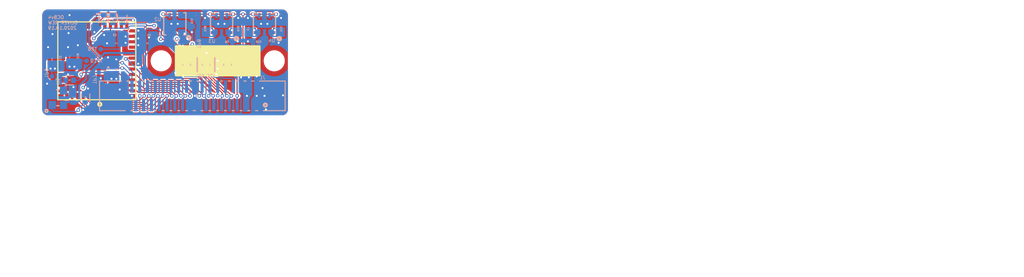
<source format=kicad_pcb>
(kicad_pcb (version 20241229) (generator "pcbnew") (generator_version "9.0")
  (layers (0 "F.Cu" signal) (4 "In1.Cu" signal) (6 "In2.Cu" signal) (2 "B.Cu" signal) (13 "F.Paste" user) (15 "B.Paste" user) (5 "F.SilkS" user "F.Silkscreen") (7 "B.SilkS" user "B.Silkscreen") (1 "F.Mask" user) (3 "B.Mask" user) (25 "Edge.Cuts" user))
  (net 0 "")
  (net 1 "/D10")
  (net 2 "GND")
  (net 3 "3.3V")
  (net 4 "/D0")
  (net 5 "VDD")
  (net 6 "VDD_IO")
  (net 7 "VAA")
  (net 8 "VDD_PLL")
  (net 9 "VAA_PIX")
  (net 10 "/D9")
  (net 11 "/D8")
  (net 12 "/SDATA")
  (net 13 "/TRIGGER")
  (net 14 "/FLASH")
  (net 15 "/SCLK")
  (net 16 "/D6")
  (net 17 "/D2")
  (net 18 "/VREG_EN")
  (net 19 "/D7")
  (net 20 "/D3")
  (net 21 "/CLK_EN")
  (net 22 "/PIXCLK")
  (net 23 "/D4")
  (net 24 "/~{OE}")
  (net 25 "/VSYNC")
  (net 26 "/D11")
  (net 27 "/~{RESET}")
  (net 28 "/D1")
  (net 29 "/D5")
  (net 30 "/STANDBY")
  (net 31 "/SADDR")
  (net 32 "/HSYNC")
  (net 33 "Net-(X1-OUT)")
  (net 34 "Net-(U1-EXTCLK)")
  (footprint "star-tracker-camera-board:AR0134CSSM00SPCA0" (layer "F.Cu") (at 139.7511 104.8036 180)
    (property "Reference" "U1" (hide yes))
    (property "Value" "AR0134CSSM00SPCA0" (hide yes))
  )
  (footprint "star-tracker-camera-board:.0402-B-NOSILK" (layer "B.Cu") (at 142.2511 105.9286 90)
    (property "Reference" "C9")
    (property "Value" "0.1uF")
  )
  (footprint "star-tracker-camera-board:.0402-B-NOSILK" (layer "B.Cu") (at 142.2511 102.5536 180)
    (property "Reference" "C3")
    (property "Value" "0.1uF")
  )
  (footprint "star-tracker-camera-board:TP06R" (layer "B.Cu") (at 134.0011 106.8036 180)
    (property "Reference" "TP9")
    (property "Value" "TPTP06R")
  )
  (footprint "star-tracker-camera-board:.0603-C-NOSILK" (layer "B.Cu") (at 163.3761 100.6786 90)
    (property "Reference" "C11")
    (property "Value" "2.2uF")
  )
  (footprint "star-tracker-camera-board:.0402-B-NOSILK" (layer "B.Cu") (at 153.2511 105.3036 90)
    (property "Reference" "R3")
    (property "Value" "DNP")
  )
  (footprint "star-tracker-camera-board:TP06R" (layer "B.Cu") (at 140.0011 106.3036 180)
    (property "Reference" "TP7")
    (property "Value" "TPTP06R")
  )
  (footprint "star-tracker-camera-board:.0603-C-NOSILK" (layer "B.Cu") (at 142.0636 101.4911 180)
    (property "Reference" "C2")
    (property "Value" "10uF")
  )
  (footprint "star-tracker-camera-board:.0603-C-NOSILK" (layer "B.Cu") (at 135.0636 104.4911 90)
    (property "Reference" "C12")
    (property "Value" "10uF")
  )
  (footprint "star-tracker-camera-board:.0402-B" (layer "B.Cu") (at 140.6261 99.4286 90)
    (property "Reference" "R10")
    (property "Value" "10k")
  )
  (footprint "star-tracker-camera-board:.0402-B-NOSILK" (layer "B.Cu") (at 150.7511 105.3036 90)
    (property "Reference" "R7")
    (property "Value" "4.7k")
  )
  (footprint "star-tracker-camera-board:.0402-B" (layer "B.Cu") (at 138.2511 109.5536 -90)
    (property "Reference" "R12")
    (property "Value" "10k")
  )
  (footprint "star-tracker-camera-board:OSC_KYOCERA_KC2520B" (layer "B.Cu") (at 134.7511 109.5536 90)
    (property "Reference" "X1")
    (property "Value" "KC2520B27.0000C10E00" (hide yes))
  )
  (footprint "star-tracker-camera-board:.0603-C-NOSILK" (layer "B.Cu") (at 137.3136 104.1786 90)
    (property "Reference" "C16")
    (property "Value" "10uF")
  )
  (footprint "star-tracker-camera-board:TP06R" (layer "B.Cu") (at 138.4386 104.8036 180)
    (property "Reference" "TP10")
    (property "Value" "TPTP06R")
  )
  (footprint "star-tracker-camera-board:TP06R" (layer "B.Cu") (at 140.2511 103.3036 180)
    (property "Reference" "TP6")
    (property "Value" "TPTP06R")
  )
  (footprint "star-tracker-camera-board:.0603-C-NOSILK" (layer "B.Cu") (at 159.1261 100.6786 90)
    (property "Reference" "C7")
    (property "Value" "2.2uF")
  )
  (footprint "star-tracker-camera-board:.0603-C-NOSILK" (layer "B.Cu") (at 146.4386 101.4911)
    (property "Reference" "C4")
    (property "Value" "10uF")
  )
  (footprint "star-tracker-camera-board:.0603-C-NOSILK" (layer "B.Cu") (at 157.8761 100.6786 90)
    (property "Reference" "C15")
    (property "Value" "2.2uF")
  )
  (footprint "star-tracker-camera-board:.0603-C-NOSILK" (layer "B.Cu") (at 150.0011 102.1786 180)
    (property "Reference" "C19")
    (property "Value" "2.2uF")
  )
  (footprint "star-tracker-camera-board:.0603-C-NOSILK" (layer "B.Cu") (at 151.9386 99.6786 -90)
    (property "Reference" "C14")
    (property "Value" "1.0uF")
  )
  (footprint "star-tracker-camera-board:.0603-C-NOSILK" (layer "B.Cu") (at 160.5011 102.3661 180)
    (property "Reference" "C10")
    (property "Value" "1.0uF")
  )
  (footprint "star-tracker-camera-board:.0402-B" (layer "B.Cu") (at 143.0011 99.4286 -90)
    (property "Reference" "R9")
    (property "Value" "10k")
  )
  (footprint "star-tracker-camera-board:.0603-C-NOSILK" (layer "B.Cu") (at 156.4386 102.3661)
    (property "Reference" "C6")
    (property "Value" "1.0uF")
  )
  (footprint "star-tracker-camera-board:.0402-B-NOSILK" (layer "B.Cu") (at 151.7511 105.3036 90)
    (property "Reference" "R8")
    (property "Value" "4.7k")
  )
  (footprint "star-tracker-camera-board:.0402-B-NOSILK" (layer "B.Cu") (at 157.0011 105.3036 90)
    (property "Reference" "R5")
    (property "Value" "10k")
  )
  (footprint "star-tracker-camera-board:DRV6_1P6X1" (layer "B.Cu") (at 149.7511 100.0536 90)
    (property "Reference" "U2")
    (property "Value" "TPS70618DRVR" (hide yes))
  )
  (footprint "star-tracker-camera-board:.0603-C-NOSILK" (layer "B.Cu") (at 141.1886 105.7411 90)
    (property "Reference" "C8")
    (property "Value" "10uF")
  )
  (footprint "star-tracker-camera-board:.0402-B-NOSILK" (layer "B.Cu") (at 136.2511 104.3036 90)
    (property "Reference" "C17")
    (property "Value" "0.1uF")
  )
  (footprint "star-tracker-camera-board:.0402-B" (layer "B.Cu") (at 141.8136 99.4286 90)
    (property "Reference" "R11")
    (property "Value" "10k")
  )
  (footprint "star-tracker-camera-board:.0402-B-NOSILK" (layer "B.Cu") (at 134.0011 104.6161 90)
    (property "Reference" "C13")
    (property "Value" "0.1uF")
  )
  (footprint "star-tracker-camera-board:.0402-B" (layer "B.Cu") (at 136.2511 107.3036)
    (property "Reference" "R2")
    (property "Value" "100")
  )
  (footprint "star-tracker-camera-board:.0402-B-NOSILK" (layer "B.Cu") (at 156.0011 105.3036 -90)
    (property "Reference" "R6")
    (property "Value" "DNP")
  )
  (footprint "star-tracker-camera-board:.0402-B-NOSILK" (layer "B.Cu") (at 154.2511 105.3036 -90)
    (property "Reference" "R4")
    (property "Value" "10k")
  )
  (footprint "star-tracker-camera-board:TE_3-1734742-6" (layer "B.Cu") (at 151.0011 109.3036 180)
    (property "Reference" "J1")
    (property "Value" "3-1734742-6")
  )
  (footprint "star-tracker-camera-board:.0603-C-NOSILK" (layer "B.Cu") (at 153.6261 100.6786 90)
    (property "Reference" "C18")
    (property "Value" "2.2uF")
  )
  (footprint "star-tracker-camera-board:DRV6_1P6X1" (layer "B.Cu") (at 155.7511 100.0536 90)
    (property "Reference" "U3")
    (property "Value" "TPS71928-28DRVT" (hide yes))
  )
  (footprint "star-tracker-camera-board:TP06R" (layer "B.Cu") (at 152.5636 103.6786 180)
    (property "Reference" "TP8")
    (property "Value" "TPTP06R")
  )
  (footprint "star-tracker-camera-board:DRV6_1P6X1" (layer "B.Cu") (at 161.2511 100.0536 90)
    (property "Reference" "U4")
    (property "Value" "TPS71928-28DRVT" (hide yes))
  )
  (footprint "star-tracker-camera-board:.0402-A-NOSILK" (layer "B.Cu") (at 136.7511 109.5536 -90)
    (property "Reference" "C1")
    (property "Value" "10nF")
  )
  (footprint "star-tracker-camera-board:.0402-B-NOSILK" (layer "B.Cu") (at 146.2511 102.5536)
    (property "Reference" "C5")
    (property "Value" "0.1uF")
  )
  (gr_line (start 152.6261 106.1786) (end 152.6261 104.4286) (stroke (width 0.2)) (layer "B.SilkS"))
  (gr_line (start 154.8761 106.1786) (end 154.8761 104.4286) (stroke (width 0.2)) (layer "B.SilkS"))
  (gr_line (start 133.5011 111.8036) (end 163.5011 111.8036) (stroke (width 0.001)) (layer "Edge.Cuts"))
  (gr_line (start 164.2511 111.0536) (end 164.2511 98.9536) (stroke (width 0.001)) (layer "Edge.Cuts"))
  (gr_line (start 163.5011 98.2036) (end 133.5011 98.2036) (stroke (width 0.001)) (layer "Edge.Cuts"))
  (gr_arc (start 164.2511 111.0536) (mid 164.03143 111.58393) (end 163.5011 111.8036) (stroke (width 0.001)) (layer "Edge.Cuts"))
  (gr_line (start 132.7511 98.9536) (end 132.7511 111.0536) (stroke (width 0.001)) (layer "Edge.Cuts"))
  (gr_arc (start 133.5011 111.8036) (mid 132.97077 111.58393) (end 132.7511 111.0536) (stroke (width 0.001)) (layer "Edge.Cuts"))
  (gr_arc (start 132.7511 98.9536) (mid 132.97077 98.42327) (end 133.5011 98.2036) (stroke (width 0.001)) (layer "Edge.Cuts"))
  (gr_arc (start 163.5011 98.2036) (mid 164.03143 98.42327) (end 164.2511 98.9536) (stroke (width 0.001)) (layer "Edge.Cuts"))
  (gr_text "I2C SEL" (at 154.9136 106.5286 0) (layer "B.SilkS") (effects (font (size 0.425 0.425) (thickness 0.075)) (justify left top mirror)))
  (gr_text "OCBv4\nOLIVER REW\n2020.10.19" (at 133.4636 100.8286 -0) (layer "B.SilkS") (effects (font (size 0.425 0.425) (thickness 0.075)) (justify right bottom mirror)))
  (via (at 150.0011 101.9911) (size 0.4572) (drill 0.254) (layers "F.Cu" "B.Cu") (net 0))
  (segment (start 144.2511 106.5536) (end 144.7511 106.5536) (width 0.127) (layer "F.Cu") (net 1))
  (segment (start 150.9445 109.1385) (end 151.1096 109.3036) (width 0.127) (layer "F.Cu") (net 1))
  (segment (start 144.7511 106.5536) (end 146.2766 108.0791) (width 0.127) (layer "F.Cu") (net 1))
  (segment (start 146.2766 108.0791) (end 149.8936 108.0791) (width 0.127) (layer "F.Cu") (net 1))
  (segment (start 149.8936 108.0791) (end 150.9445 109.13) (width 0.127) (layer "F.Cu") (net 1))
  (segment (start 150.9445 109.13) (end 150.9445 109.1385) (width 0.127) (layer "F.Cu") (net 1))
  (via (at 151.1096 109.3036) (size 0.4572) (drill 0.254) (layers "F.Cu" "B.Cu") (net 1))
  (segment (start 150.9445 109.4687) (end 151.1096 109.3036) (width 0.127) (layer "B.Cu") (net 1))
  (segment (start 150.9445 109.4772) (end 150.9445 109.4687) (width 0.127) (layer "B.Cu") (net 1))
  (segment (start 150.7511 110.5036) (end 150.7511 109.6706) (width 0.127) (layer "B.Cu") (net 1))
  (segment (start 150.7511 109.6706) (end 150.9445 109.4772) (width 0.127) (layer "B.Cu") (net 1))
  (via (at 157.8761 99.3036) (size 0.4572) (drill 0.254) (layers "F.Cu" "B.Cu") (net 2))
  (via (at 155.2511 105.8036) (size 0.4572) (drill 0.254) (layers "F.Cu" "B.Cu") (net 2))
  (via (at 153.6261 99.3036) (size 0.4572) (drill 0.254) (layers "F.Cu" "B.Cu") (net 2))
  (via (at 140.6886 101.4911) (size 0.4572) (drill 0.254) (layers "F.Cu" "B.Cu") (net 2))
  (via (at 136.0636 106.5536) (size 0.4572) (drill 0.254) (layers "F.Cu" "B.Cu") (net 2))
  (via (at 136.1261 101.2411) (size 0.4572) (drill 0.254) (layers "F.Cu" "B.Cu") (net 2))
  (via (at 138.0011 111.1161) (size 0.4572) (drill 0.254) (layers "F.Cu" "B.Cu") (net 2))
  (via (at 137.3136 102.8036) (size 0.4572) (drill 0.254) (layers "F.Cu" "B.Cu") (net 2))
  (via (at 141.0636 102.5536) (size 0.4572) (drill 0.254) (layers "F.Cu" "B.Cu") (net 2))
  (via (at 138.6261 108.3661) (size 0.4572) (drill 0.254) (layers "F.Cu" "B.Cu") (net 2))
  (via (at 146.4386 101.8036) (size 0.4572) (drill 0.254) (layers "F.Cu" "B.Cu") (net 2))
  (via (at 133.5011 103.0536) (size 0.4572) (drill 0.254) (layers "F.Cu" "B.Cu") (net 2))
  (via (at 163.0636 102.4911) (size 0.4572) (drill 0.254) (layers "F.Cu" "B.Cu") (net 2))
  (via (at 163.6261 109.2411) (size 0.4572) (drill 0.254) (layers "F.Cu" "B.Cu") (net 2))
  (via (at 139.2511 102.5536) (size 0.4572) (drill 0.254) (layers "F.Cu" "B.Cu") (net 2))
  (via (at 160.2511 109.3036) (size 0.4572) (drill 0.254) (layers "F.Cu" "B.Cu") (net 2))
  (via (at 142.2511 104.6161) (size 0.4572) (drill 0.254) (layers "F.Cu" "B.Cu") (net 2))
  (via (at 140.2511 107.0536) (size 0.4572) (drill 0.254) (layers "F.Cu" "B.Cu") (net 2))
  (via (at 133.3761 107.7411) (size 0.4572) (drill 0.254) (layers "F.Cu" "B.Cu") (net 2))
  (via (at 160.2511 106.8036) (size 0.4572) (drill 0.254) (layers "F.Cu" "B.Cu") (net 2))
  (via (at 152.3136 109.3036) (size 0.4572) (drill 0.254) (layers "F.Cu" "B.Cu") (net 2))
  (via (at 141.1886 104.3661) (size 0.4572) (drill 0.254) (layers "F.Cu" "B.Cu") (net 2))
  (via (at 136.0636 103.0536) (size 0.4572) (drill 0.254) (layers "F.Cu" "B.Cu") (net 2))
  (via (at 159.1261 102.3036) (size 0.4572) (drill 0.254) (layers "F.Cu" "B.Cu") (net 2))
  (via (at 142.6886 108.4911) (size 0.4572) (drill 0.254) (layers "F.Cu" "B.Cu") (net 2))
  (via (at 163.3761 99.3036) (size 0.4572) (drill 0.254) (layers "F.Cu" "B.Cu") (net 2))
  (via (at 157.8136 102.3036) (size 0.4572) (drill 0.254) (layers "F.Cu" "B.Cu") (net 2))
  (via (at 136.7511 108.1786) (size 0.4572) (drill 0.254) (layers "F.Cu" "B.Cu") (net 2))
  (via (at 161.4386 111.0536) (size 0.4572) (drill 0.254) (layers "F.Cu" "B.Cu") (net 2))
  (via (at 159.1261 99.3036) (size 0.4572) (drill 0.254) (layers "F.Cu" "B.Cu") (net 2))
  (via (at 144.2511 109.3036) (size 0.4572) (drill 0.254) (layers "F.Cu" "B.Cu") (net 2))
  (via (at 153.8136 103.8036) (size 0.4572) (drill 0.254) (layers "F.Cu" "B.Cu") (net 2))
  (via (at 151.9386 101.1161) (size 0.4572) (drill 0.254) (layers "F.Cu" "B.Cu") (net 2))
  (via (at 161.0011 108.3036) (size 0.4572) (drill 0.254) (layers "F.Cu" "B.Cu") (net 2))
  (via (at 139.4386 101.1161) (size 0.4572) (drill 0.254) (layers "F.Cu" "B.Cu") (net 2))
  (via (at 149.8136 106.3661) (size 0.4572) (drill 0.254) (layers "F.Cu" "B.Cu") (net 2))
  (via (at 161.2511 109.3036) (size 0.4572) (drill 0.254) (layers "F.Cu" "B.Cu") (net 2))
  (via (at 136.2511 98.9286) (size 0.4572) (drill 0.254) (layers "F.Cu" "B.Cu") (net 2))
  (via (at 134.0636 101.3661) (size 0.4572) (drill 0.254) (layers "F.Cu" "B.Cu") (net 2))
  (via (at 159.0011 109.3036) (size 0.4572) (drill 0.254) (layers "F.Cu" "B.Cu") (net 3))
  (via (at 158.2511 106.9286) (size 0.4572) (drill 0.254) (layers "F.Cu" "B.Cu") (net 3))
  (via (at 159.2511 106.9286) (size 0.4572) (drill 0.254) (layers "F.Cu" "B.Cu") (net 3))
  (segment (start 157.0011 105.8036) (end 158.5011 105.8036) (width 0.3048) (layer "B.Cu") (net 3))
  (segment (start 158.5011 105.8036) (end 158.5011 106.6786) (width 0.3048) (layer "B.Cu") (net 3))
  (segment (start 158.5011 106.6786) (end 158.2511 106.9286) (width 0.3048) (layer "B.Cu") (net 3))
  (segment (start 148.6077 109.4772) (end 148.6077 109.4687) (width 0.127) (layer "F.Cu") (net 4))
  (segment (start 137.3011 109.7911) (end 138.6831 111.1731) (width 0.127) (layer "F.Cu") (net 4))
  (segment (start 138.6831 111.1731) (end 146.9118 111.1731) (width 0.127) (layer "F.Cu") (net 4))
  (segment (start 137.3011 109.3036) (end 137.3011 109.7911) (width 0.127) (layer "F.Cu") (net 4))
  (segment (start 146.9118 111.1731) (end 148.6077 109.4772) (width 0.127) (layer "F.Cu") (net 4))
  (segment (start 148.6077 109.4687) (end 148.7728 109.3036) (width 0.127) (layer "F.Cu") (net 4))
  (via (at 148.7728 109.3036) (size 0.4572) (drill 0.254) (layers "F.Cu" "B.Cu") (net 4))
  (segment (start 148.7511 109.3253) (end 148.7728 109.3036) (width 0.127) (layer "B.Cu") (net 4))
  (segment (start 148.7511 110.5036) (end 148.7511 109.3253) (width 0.127) (layer "B.Cu") (net 4))
  (via (at 151.3761 101.9911) (size 0.4572) (drill 0.254) (layers "F.Cu" "B.Cu") (net 5))
  (via (at 151.0011 101.3036) (size 0.4572) (drill 0.254) (layers "F.Cu" "B.Cu") (net 5))
  (via (at 143.4386 102.4911) (size 0.4572) (drill 0.254) (layers "F.Cu" "B.Cu") (net 5))
  (via (at 143.4386 101.6786) (size 0.4572) (drill 0.254) (layers "F.Cu" "B.Cu") (net 5))
  (segment (start 142.7511 103.1786) (end 142.7511 102.5536) (width 0.127) (layer "B.Cu") (net 5))
  (segment (start 142.6261 103.3036) (end 142.7511 103.1786) (width 0.127) (layer "B.Cu") (net 5))
  (segment (start 140.2511 103.3036) (end 142.6261 103.3036) (width 0.127) (layer "B.Cu") (net 5))
  (via (at 154.4386 100.8661) (size 0.4572) (drill 0.254) (layers "F.Cu" "B.Cu") (net 6))
  (via (at 145.0636 102.8036) (size 0.4572) (drill 0.254) (layers "F.Cu" "B.Cu") (net 6))
  (via (at 145.0636 105.1786) (size 0.4572) (drill 0.254) (layers "F.Cu" "B.Cu") (net 6))
  (via (at 145.0636 100.9286) (size 0.4572) (drill 0.254) (layers "F.Cu" "B.Cu") (net 6))
  (via (at 145.0636 101.9286) (size 0.4572) (drill 0.254) (layers "F.Cu" "B.Cu") (net 6))
  (via (at 152.0011 102.6786) (size 0.4572) (drill 0.254) (layers "F.Cu" "B.Cu") (net 6))
  (via (at 154.4386 101.4911) (size 0.4572) (drill 0.254) (layers "F.Cu" "B.Cu") (net 6))
  (segment (start 140.6261 98.9286) (end 141.8136 98.9286) (width 0.127) (layer "B.Cu") (net 6))
  (segment (start 138.3761 107.1161) (end 137.5011 107.9911) (width 0.254) (layer "B.Cu") (net 6))
  (segment (start 137.2636 110.1036) (end 136.7511 110.1036) (width 0.254) (layer "B.Cu") (net 6))
  (segment (start 136.7511 110.1036) (end 135.8511 110.1036) (width 0.254) (layer "B.Cu") (net 6))
  (segment (start 140.7511 103.8036) (end 140.2511 104.3036) (width 0.254) (layer "B.Cu") (net 6))
  (segment (start 151.7511 103.6786) (end 151.7511 102.9286) (width 0.3048) (layer "B.Cu") (net 6))
  (segment (start 145.0636 103.7411) (end 145.0011 103.8036) (width 0.254) (layer "B.Cu") (net 6))
  (segment (start 138.3761 106.1786) (end 138.3761 107.1161) (width 0.254) (layer "B.Cu") (net 6))
  (segment (start 138.7511 100.0536) (end 139.8761 98.9286) (width 0.127) (layer "B.Cu") (net 6))
  (segment (start 145.0011 103.8036) (end 140.7511 103.8036) (width 0.254) (layer "B.Cu") (net 6))
  (segment (start 140.2511 104.3036) (end 138.3761 106.1786) (width 0.254) (layer "B.Cu") (net 6))
  (segment (start 150.7511 104.8036) (end 151.7511 104.8036) (width 0.3048) (layer "B.Cu") (net 6))
  (segment (start 145.0636 102.8036) (end 145.0636 103.7411) (width 0.254) (layer "B.Cu") (net 6))
  (segment (start 137.5011 109.8661) (end 137.2636 110.1036) (width 0.254) (layer "B.Cu") (net 6))
  (segment (start 137.5011 107.9911) (end 137.5011 109.8661) (width 0.254) (layer "B.Cu") (net 6))
  (segment (start 135.8511 110.1036) (end 135.4761 110.4786) (width 0.254) (layer "B.Cu") (net 6))
  (segment (start 139.8761 98.9286) (end 140.6261 98.9286) (width 0.127) (layer "B.Cu") (net 6))
  (segment (start 138.7511 102.8036) (end 138.7511 100.0536) (width 0.127) (layer "B.Cu") (net 6))
  (segment (start 152.5636 103.6786) (end 151.7511 103.6786) (width 0.1524) (layer "B.Cu") (net 6))
  (segment (start 151.7511 104.8036) (end 153.2511 104.8036) (width 0.3048) (layer "B.Cu") (net 6))
  (segment (start 151.7511 102.9286) (end 152.0011 102.6786) (width 0.3048) (layer "B.Cu") (net 6))
  (segment (start 151.7511 104.8036) (end 151.7511 103.6786) (width 0.3048) (layer "B.Cu") (net 6))
  (segment (start 140.2511 104.3036) (end 138.7511 102.8036) (width 0.127) (layer "B.Cu") (net 6))
  (via (at 162.5636 100.8661) (size 0.4572) (drill 0.254) (layers "F.Cu" "B.Cu") (net 7))
  (via (at 134.3761 105.8036) (size 0.4572) (drill 0.254) (layers "F.Cu" "B.Cu") (net 7))
  (via (at 162.5636 101.4911) (size 0.4572) (drill 0.254) (layers "F.Cu" "B.Cu") (net 7))
  (via (at 133.8136 105.8036) (size 0.4572) (drill 0.254) (layers "F.Cu" "B.Cu") (net 7))
  (segment (start 134.0011 105.9911) (end 133.8136 105.8036) (width 0.127) (layer "B.Cu") (net 7))
  (segment (start 134.0011 106.8036) (end 134.0011 105.9911) (width 0.127) (layer "B.Cu") (net 7))
  (via (at 142.2511 107.1161) (size 0.4572) (drill 0.254) (layers "F.Cu" "B.Cu") (net 8))
  (via (at 157.0636 101.4911) (size 0.4572) (drill 0.254) (layers "F.Cu" "B.Cu") (net 8))
  (via (at 141.6261 107.1161) (size 0.4572) (drill 0.254) (layers "F.Cu" "B.Cu") (net 8))
  (via (at 157.0636 100.8661) (size 0.4572) (drill 0.254) (layers "F.Cu" "B.Cu") (net 8))
  (segment (start 141.0511 106.3036) (end 141.1886 106.4411) (width 0.127) (layer "B.Cu") (net 8))
  (segment (start 140.0011 106.3036) (end 141.0511 106.3036) (width 0.127) (layer "B.Cu") (net 8))
  (via (at 136.8761 105.5536) (size 0.4572) (drill 0.254) (layers "F.Cu" "B.Cu") (net 9))
  (via (at 159.9386 101.4911) (size 0.4572) (drill 0.254) (layers "F.Cu" "B.Cu") (net 9))
  (via (at 159.9386 100.8661) (size 0.4572) (drill 0.254) (layers "F.Cu" "B.Cu") (net 9))
  (via (at 136.2511 105.5536) (size 0.4572) (drill 0.254) (layers "F.Cu" "B.Cu") (net 9))
  (segment (start 137.3136 104.8786) (end 137.3886 104.8036) (width 0.127) (layer "B.Cu") (net 9))
  (segment (start 137.3886 104.8036) (end 138.4386 104.8036) (width 0.127) (layer "B.Cu") (net 9))
  (segment (start 150.3603 109.1385) (end 150.5254 109.3036) (width 0.127) (layer "F.Cu") (net 10))
  (segment (start 145.7806 108.3331) (end 149.5634 108.3331) (width 0.127) (layer "F.Cu") (net 10))
  (segment (start 144.2511 107.2536) (end 144.7011 107.2536) (width 0.127) (layer "F.Cu") (net 10))
  (segment (start 144.7011 107.2536) (end 145.7806 108.3331) (width 0.127) (layer "F.Cu") (net 10))
  (segment (start 149.5634 108.3331) (end 150.3603 109.13) (width 0.127) (layer "F.Cu") (net 10))
  (segment (start 150.3603 109.13) (end 150.3603 109.1385) (width 0.127) (layer "F.Cu") (net 10))
  (via (at 150.5254 109.3036) (size 0.4572) (drill 0.254) (layers "F.Cu" "B.Cu") (net 10))
  (segment (start 150.2511 109.0208) (end 150.3603 109.13) (width 0.127) (layer "B.Cu") (net 10))
  (segment (start 150.3603 109.1385) (end 150.5254 109.3036) (width 0.127) (layer "B.Cu") (net 10))
  (segment (start 150.3603 109.13) (end 150.3603 109.1385) (width 0.127) (layer "B.Cu") (net 10))
  (segment (start 150.2511 108.1036) (end 150.2511 109.0208) (width 0.127) (layer "B.Cu") (net 10))
  (segment (start 145.5346 108.5871) (end 149.2332 108.5871) (width 0.127) (layer "F.Cu") (net 11))
  (segment (start 144.9011 107.9536) (end 145.5346 108.5871) (width 0.127) (layer "F.Cu") (net 11))
  (segment (start 149.7761 109.13) (end 149.7761 109.1385) (width 0.127) (layer "F.Cu") (net 11))
  (segment (start 144.2511 107.9536) (end 144.9011 107.9536) (width 0.127) (layer "F.Cu") (net 11))
  (segment (start 149.7761 109.1385) (end 149.9412 109.3036) (width 0.127) (layer "F.Cu") (net 11))
  (segment (start 149.2332 108.5871) (end 149.7761 109.13) (width 0.127) (layer "F.Cu") (net 11))
  (via (at 149.9412 109.3036) (size 0.4572) (drill 0.254) (layers "F.Cu" "B.Cu") (net 11))
  (segment (start 149.7511 110.5036) (end 149.7511 109.5022) (width 0.127) (layer "B.Cu") (net 11))
  (segment (start 149.7761 109.4687) (end 149.9412 109.3036) (width 0.127) (layer "B.Cu") (net 11))
  (segment (start 149.7511 109.5022) (end 149.7761 109.4772) (width 0.127) (layer "B.Cu") (net 11))
  (segment (start 149.7761 109.4772) (end 149.7761 109.4687) (width 0.127) (layer "B.Cu") (net 11))
  (segment (start 144.2511 102.3536) (end 145.2386 102.3536) (width 0.127) (layer "F.Cu") (net 12))
  (segment (start 151.504 107.3171) (end 153.3169 109.13) (width 0.127) (layer "F.Cu") (net 12))
  (segment (start 145.7367 106.070775) (end 146.983025 107.3171) (width 0.127) (layer "F.Cu") (net 12))
  (segment (start 145.5011 102.6161) (end 145.5011 103.569388) (width 0.127) (layer "F.Cu") (net 12))
  (segment (start 145.5011 103.569388) (end 145.7367 103.804988) (width 0.127) (layer "F.Cu") (net 12))
  (segment (start 145.7367 103.804988) (end 145.7367 106.070775) (width 0.127) (layer "F.Cu") (net 12))
  (segment (start 153.3169 109.13) (end 153.3169 109.147) (width 0.127) (layer "F.Cu") (net 12))
  (segment (start 145.2386 102.3536) (end 145.5011 102.6161) (width 0.127) (layer "F.Cu") (net 12))
  (segment (start 153.3169 109.147) (end 153.482 109.3121) (width 0.127) (layer "F.Cu") (net 12))
  (segment (start 146.983025 107.3171) (end 151.504 107.3171) (width 0.127) (layer "F.Cu") (net 12))
  (via (at 153.482 109.3121) (size 0.4572) (drill 0.254) (layers "F.Cu" "B.Cu") (net 12))
  (segment (start 153.7511 107.0536) (end 153.2511 106.5536) (width 0.127) (layer "B.Cu") (net 12))
  (segment (start 153.2511 106.5536) (end 152.0011 106.5536) (width 0.127) (layer "B.Cu") (net 12))
  (segment (start 153.7511 109.5812) (end 153.482 109.3121) (width 0.127) (layer "B.Cu") (net 12))
  (segment (start 151.7511 106.3036) (end 151.7511 105.8036) (width 0.127) (layer "B.Cu") (net 12))
  (segment (start 153.7511 110.5036) (end 153.7511 109.5812) (width 0.127) (layer "B.Cu") (net 12))
  (segment (start 153.7511 109.043) (end 153.7511 107.0536) (width 0.127) (layer "B.Cu") (net 12))
  (segment (start 152.0011 106.5536) (end 151.7511 106.3036) (width 0.127) (layer "B.Cu") (net 12))
  (segment (start 153.482 109.3121) (end 153.7511 109.043) (width 0.127) (layer "B.Cu") (net 12))
  (segment (start 148.8691 100.237719) (end 150.6261 101.994719) (width 0.127) (layer "F.Cu") (net 13))
  (segment (start 144.829137 98.6626) (end 138.8296 98.6626) (width 0.127) (layer "F.Cu") (net 13))
  (segment (start 138.8296 98.6626) (end 138.0011 99.4911) (width 0.127) (layer "F.Cu") (net 13))
  (segment (start 155.0636 106.5095) (end 154.48655 106.5095) (width 0.127) (layer "F.Cu") (net 13))
  (segment (start 148.8691 100.235475) (end 147.733725 99.1001) (width 0.127) (layer "F.Cu") (net 13))
  (segment (start 147.733725 99.1001) (end 145.266637 99.1001) (width 0.127) (layer "F.Cu") (net 13))
  (segment (start 154.48655 106.5095) (end 153.15805 105.181) (width 0.127) (layer "F.Cu") (net 13))
  (segment (start 148.8691 100.237719) (end 148.8691 100.235475) (width 0.127) (layer "F.Cu") (net 13))
  (segment (start 138.0011 99.4911) (end 138.0011 100.3036) (width 0.127) (layer "F.Cu") (net 13))
  (segment (start 150.6261 101.994719) (end 150.6261 102.9286) (width 0.127) (layer "F.Cu") (net 13))
  (segment (start 145.266637 99.1001) (end 144.829137 98.6626) (width 0.127) (layer "F.Cu") (net 13))
  (segment (start 150.6261 102.9286) (end 152.8785 105.181) (width 0.127) (layer "F.Cu") (net 13))
  (segment (start 153.15805 105.181) (end 152.8785 105.181) (width 0.127) (layer "F.Cu") (net 13))
  (via (at 155.0636 106.5095) (size 0.4572) (drill 0.254) (layers "F.Cu" "B.Cu") (net 13))
  (segment (start 157.2511 107.2411) (end 157.0636 107.0536) (width 0.127) (layer "B.Cu") (net 13))
  (segment (start 155.2287 106.6746) (end 155.0636 106.5095) (width 0.127) (layer "B.Cu") (net 13))
  (segment (start 155.985312 107.0536) (end 155.606312 106.6746) (width 0.127) (layer "B.Cu") (net 13))
  (segment (start 157.2511 108.1036) (end 157.2511 107.2411) (width 0.127) (layer "B.Cu") (net 13))
  (segment (start 155.606312 106.6746) (end 155.2287 106.6746) (width 0.127) (layer "B.Cu") (net 13))
  (segment (start 157.0636 107.0536) (end 155.985312 107.0536) (width 0.127) (layer "B.Cu") (net 13))
  (segment (start 148.5676 101.229313) (end 152.773287 105.435) (width 0.127) (layer "F.Cu") (net 14))
  (segment (start 152.773287 105.435) (end 153.052837 105.435) (width 0.127) (layer "F.Cu") (net 14))
  (segment (start 144.723925 98.9166) (end 145.161425 99.3541) (width 0.127) (layer "F.Cu") (net 14))
  (segment (start 138.7011 100.3036) (end 138.7011 99.6036) (width 0.127) (layer "F.Cu") (net 14))
  (segment (start 148.5676 100.293188) (end 148.5676 101.229313) (width 0.127) (layer "F.Cu") (net 14))
  (segment (start 153.052837 105.435) (end 156.421437 108.8036) (width 0.127) (layer "F.Cu") (net 14))
  (segment (start 156.5636 108.8036) (end 156.421437 108.8036) (width 0.127) (layer "F.Cu") (net 14))
  (segment (start 157.007 109.247) (end 156.5636 108.8036) (width 0.127) (layer "F.Cu") (net 14))
  (segment (start 147.628512 99.3541) (end 148.5676 100.293188) (width 0.127) (layer "F.Cu") (net 14))
  (segment (start 157.007 109.3036) (end 157.007 109.247) (width 0.127) (layer "F.Cu") (net 14))
  (segment (start 145.161425 99.3541) (end 147.628512 99.3541) (width 0.127) (layer "F.Cu") (net 14))
  (segment (start 138.7011 99.6036) (end 139.3881 98.9166) (width 0.127) (layer "F.Cu") (net 14))
  (segment (start 139.3881 98.9166) (end 144.723925 98.9166) (width 0.127) (layer "F.Cu") (net 14))
  (via (at 157.007 109.3036) (size 0.4572) (drill 0.254) (layers "F.Cu" "B.Cu") (net 14))
  (segment (start 156.7511 109.568) (end 156.8419 109.4772) (width 0.127) (layer "B.Cu") (net 14))
  (segment (start 156.8419 109.4687) (end 157.007 109.3036) (width 0.127) (layer "B.Cu") (net 14))
  (segment (start 156.7511 110.5036) (end 156.7511 109.568) (width 0.127) (layer "B.Cu") (net 14))
  (segment (start 156.8419 109.4772) (end 156.8419 109.4687) (width 0.127) (layer "B.Cu") (net 14))
  (segment (start 146.877812 107.5711) (end 151.1738 107.5711) (width 0.127) (layer "F.Cu") (net 15))
  (segment (start 144.6261 103.0536) (end 145.4827 103.9102) (width 0.127) (layer "F.Cu") (net 15))
  (segment (start 152.7327 109.13) (end 152.7327 109.1385) (width 0.127) (layer "F.Cu") (net 15))
  (segment (start 144.2511 103.0536) (end 144.6261 103.0536) (width 0.127) (layer "F.Cu") (net 15))
  (segment (start 145.4827 106.175988) (end 146.877812 107.5711) (width 0.127) (layer "F.Cu") (net 15))
  (segment (start 151.1738 107.5711) (end 152.7327 109.13) (width 0.127) (layer "F.Cu") (net 15))
  (segment (start 152.7327 109.1385) (end 152.8978 109.3036) (width 0.127) (layer "F.Cu") (net 15))
  (segment (start 145.4827 103.9102) (end 145.4827 106.175988) (width 0.127) (layer "F.Cu") (net 15))
  (via (at 152.8978 109.3036) (size 0.4572) (drill 0.254) (layers "F.Cu" "B.Cu") (net 15))
  (segment (start 153.2511 107.0536) (end 153.0051 106.8076) (width 0.127) (layer "B.Cu") (net 15))
  (segment (start 153.0051 106.8076) (end 151.0051 106.8076) (width 0.127) (layer "B.Cu") (net 15))
  (segment (start 150.7511 106.5536) (end 150.7511 105.8036) (width 0.127) (layer "B.Cu") (net 15))
  (segment (start 151.0051 106.8076) (end 150.7511 106.5536) (width 0.127) (layer "B.Cu") (net 15))
  (segment (start 153.2511 108.1036) (end 153.2511 108.9503) (width 0.127) (layer "B.Cu") (net 15))
  (segment (start 153.2511 108.1036) (end 153.2511 107.0536) (width 0.127) (layer "B.Cu") (net 15))
  (segment (start 153.2511 108.9503) (end 152.8978 109.3036) (width 0.127) (layer "B.Cu") (net 15))
  (segment (start 140.8761 107.9286) (end 138.308 107.9286) (width 0.127) (layer "F.Cu") (net 16))
  (segment (start 138.0011 108.2355) (end 138.308 107.9286) (width 0.127) (layer "F.Cu") (net 16))
  (segment (start 141.5011 108.5536) (end 140.8761 107.9286) (width 0.127) (layer "F.Cu") (net 16))
  (segment (start 141.5011 109.3036) (end 141.5011 108.5536) (width 0.127) (layer "F.Cu") (net 16))
  (via (at 138.0011 108.2355) (size 0.4572) (drill 0.254) (layers "F.Cu" "B.Cu") (net 16))
  (via (at 145.2511 109.3036) (size 0.4572) (drill 0.254) (layers "F.Cu" "B.Cu") (net 16))
  (segment (start 145.7511 110.5036) (end 145.3886 110.5036) (width 0.127) (layer "B.Cu") (net 16))
  (segment (start 145.3886 110.5036) (end 145.2511 110.3661) (width 0.127) (layer "B.Cu") (net 16))
  (segment (start 145.2511 110.3661) (end 145.2511 109.3036) (width 0.127) (layer "B.Cu") (net 16))
  (segment (start 138.7011 110.0036) (end 139.3626 110.6651) (width 0.127) (layer "F.Cu") (net 17))
  (segment (start 146.2323 110.6651) (end 147.59085 109.30655) (width 0.127) (layer "F.Cu") (net 17))
  (segment (start 138.7011 109.3036) (end 138.7011 110.0036) (width 0.127) (layer "F.Cu") (net 17))
  (segment (start 139.3626 110.6651) (end 146.2323 110.6651) (width 0.127) (layer "F.Cu") (net 17))
  (via (at 147.59085 109.30655) (size 0.4572) (drill 0.254) (layers "F.Cu" "B.Cu") (net 17))
  (segment (start 147.7511 110.5036) (end 147.7511 109.4668) (width 0.127) (layer "B.Cu") (net 17))
  (segment (start 147.7511 109.4668) (end 147.59085 109.30655) (width 0.127) (layer "B.Cu") (net 17))
  (segment (start 159.7511 98.8137) (end 162.7511 98.8137) (width 0.127) (layer "F.Cu") (net 18))
  (segment (start 158.5011 98.8137) (end 157.2511 98.8137) (width 0.127) (layer "F.Cu") (net 18))
  (segment (start 157.7511 103.8036) (end 158.5011 103.0536) (width 0.127) (layer "F.Cu") (net 18))
  (segment (start 158.5011 103.0536) (end 158.5011 98.8137) (width 0.127) (layer "F.Cu") (net 18))
  (segment (start 155.2511 104.8036) (end 157.7511 104.8036) (width 0.127) (layer "F.Cu") (net 18))
  (segment (start 157.7511 104.8036) (end 157.7511 103.8036) (width 0.127) (layer "F.Cu") (net 18))
  (segment (start 157.7511 109.3036) (end 157.7511 104.8036) (width 0.127) (layer "F.Cu") (net 18))
  (segment (start 157.2511 98.8137) (end 154.2511 98.8137) (width 0.127) (layer "F.Cu") (net 18))
  (segment (start 158.5011 98.8137) (end 159.7511 98.8137) (width 0.127) (layer "F.Cu") (net 18))
  (segment (start 154.2511 98.8137) (end 148.2511 98.8137) (width 0.127) (layer "F.Cu") (net 18))
  (via (at 162.7511 98.8137) (size 0.4572) (drill 0.254) (layers "F.Cu" "B.Cu") (net 18))
  (via (at 159.7511 98.8137) (size 0.4572) (drill 0.254) (layers "F.Cu" "B.Cu") (net 18))
  (via (at 148.2511 98.8137) (size 0.4572) (drill 0.254) (layers "F.Cu" "B.Cu") (net 18))
  (via (at 157.7511 109.3036) (size 0.4572) (drill 0.254) (layers "F.Cu" "B.Cu") (net 18))
  (via (at 157.2511 98.8137) (size 0.4572) (drill 0.254) (layers "F.Cu" "B.Cu") (net 18))
  (via (at 155.2511 104.8036) (size 0.4572) (drill 0.254) (layers "F.Cu" "B.Cu") (net 18))
  (via (at 158.5011 98.8137) (size 0.4572) (drill 0.254) (layers "F.Cu" "B.Cu") (net 18))
  (via (at 154.2511 98.8137) (size 0.4572) (drill 0.254) (layers "F.Cu" "B.Cu") (net 18))
  (segment (start 154.441 99.0036) (end 155.1011 99.0036) (width 0.127) (layer "B.Cu") (net 18))
  (segment (start 154.2511 98.8137) (end 154.441 99.0036) (width 0.127) (layer "B.Cu") (net 18))
  (segment (start 157.0011 104.8036) (end 156.0011 104.8036) (width 0.127) (layer "B.Cu") (net 18))
  (segment (start 157.0612 99.0036) (end 157.2511 98.8137) (width 0.127) (layer "B.Cu") (net 18))
  (segment (start 148.441 99.0036) (end 148.2511 98.8137) (width 0.127) (layer "B.Cu") (net 18))
  (segment (start 161.9011 99.0036) (end 162.5612 99.0036) (width 0.127) (layer "B.Cu") (net 18))
  (segment (start 149.1011 99.0036) (end 148.441 99.0036) (width 0.127) (layer "B.Cu") (net 18))
  (segment (start 159.941 99.0036) (end 159.7511 98.8137) (width 0.127) (layer "B.Cu") (net 18))
  (segment (start 156.4011 99.0036) (end 157.0612 99.0036) (width 0.127) (layer "B.Cu") (net 18))
  (segment (start 162.5612 99.0036) (end 162.7511 98.8137) (width 0.127) (layer "B.Cu") (net 18))
  (segment (start 160.6011 99.0036) (end 159.941 99.0036) (width 0.127) (layer "B.Cu") (net 18))
  (segment (start 156.0011 104.8036) (end 155.2511 104.8036) (width 0.127) (layer "B.Cu") (net 18))
  (segment (start 157.7511 110.5036) (end 157.7511 109.3036) (width 0.127) (layer "B.Cu") (net 18))
  (segment (start 146.827787 108.86625) (end 148.946112 108.86625) (width 0.1524) (layer "F.Cu") (net 19))
  (segment (start 144.2511 108.6536) (end 144.8511 108.6536) (width 0.1524) (layer "F.Cu") (net 19))
  (segment (start 146.822237 108.8718) (end 146.827787 108.86625) (width 0.1524) (layer "F.Cu") (net 19))
  (segment (start 149.2046 109.124738) (end 149.2046 109.1512) (width 0.1524) (layer "F.Cu") (net 19))
  (segment (start 149.2046 109.1512) (end 149.357 109.3036) (width 0.1524) (layer "F.Cu") (net 19))
  (segment (start 148.946112 108.86625) (end 149.2046 109.124738) (width 0.1524) (layer "F.Cu") (net 19))
  (segment (start 145.0693 108.8718) (end 146.822237 108.8718) (width 0.1524) (layer "F.Cu") (net 19))
  (segment (start 144.8511 108.6536) (end 145.0693 108.8718) (width 0.1524) (layer "F.Cu") (net 19))
  (via (at 149.357 109.3036) (size 0.4572) (drill 0.254) (layers "F.Cu" "B.Cu") (net 19))
  (segment (start 149.2511 109.1977) (end 149.357 109.3036) (width 0.127) (layer "B.Cu") (net 19))
  (segment (start 149.2511 108.1036) (end 149.2511 109.1977) (width 0.127) (layer "B.Cu") (net 19))
  (segment (start 139.4011 109.9536) (end 139.8586 110.4111) (width 0.127) (layer "F.Cu") (net 20))
  (segment (start 139.4011 109.3036) (end 139.4011 109.9536) (width 0.127) (layer "F.Cu") (net 20))
  (segment (start 146.8386 109.4772) (end 146.8386 109.4661) (width 0.127) (layer "F.Cu") (net 20))
  (segment (start 139.8586 110.4111) (end 145.9047 110.4111) (width 0.127) (layer "F.Cu") (net 20))
  (segment (start 145.9047 110.4111) (end 146.8386 109.4772) (width 0.127) (layer "F.Cu") (net 20))
  (segment (start 146.8386 109.4661) (end 147.00665 109.29805) (width 0.127) (layer "F.Cu") (net 20))
  (via (at 147.00665 109.29805) (size 0.4572) (drill 0.254) (layers "F.Cu" "B.Cu") (net 20))
  (segment (start 147.2511 108.1036) (end 147.2511 109.0536) (width 0.127) (layer "B.Cu") (net 20))
  (segment (start 147.2511 109.0536) (end 147.00665 109.29805) (width 0.127) (layer "B.Cu") (net 20))
  (via (at 154.086 109.3036) (size 0.4572) (drill 0.254) (layers "F.Cu" "B.Cu") (net 21))
  (via (at 137.3761 111.1315) (size 0.4572) (drill 0.254) (layers "F.Cu" "B.Cu") (net 21))
  (segment (start 134.0261 111.0786) (end 134.0261 110.4786) (width 0.127) (layer "B.Cu") (net 21))
  (segment (start 137.3761 111.1315) (end 137.3761 110.9286) (width 0.127) (layer "B.Cu") (net 21))
  (segment (start 138.2511 110.3661) (end 138.0636 110.5536) (width 0.127) (layer "B.Cu") (net 21))
  (segment (start 137.3761 110.9286) (end 137.7511 110.5536) (width 0.127) (layer "B.Cu") (net 21))
  (segment (start 154.086 109.3036) (end 154.2511 109.1385) (width 0.127) (layer "B.Cu") (net 21))
  (segment (start 138.2511 110.3661) (end 138.2511 110.0536) (width 0.127) (layer "B.Cu") (net 21))
  (segment (start 137.211 111.2966) (end 134.2441 111.2966) (width 0.127) (layer "B.Cu") (net 21))
  (segment (start 154.2511 109.1385) (end 154.2511 108.1036) (width 0.127) (layer "B.Cu") (net 21))
  (segment (start 134.2441 111.2966) (end 134.0261 111.0786) (width 0.127) (layer "B.Cu") (net 21))
  (segment (start 137.3761 111.1315) (end 137.211 111.2966) (width 0.127) (layer "B.Cu") (net 21))
  (segment (start 137.7511 110.5536) (end 138.0636 110.5536) (width 0.127) (layer "B.Cu") (net 21))
  (segment (start 143.4386 104.5536) (end 143.5386 104.4536) (width 0.127) (layer "F.Cu") (net 22))
  (segment (start 143.5386 104.4536) (end 144.2511 104.4536) (width 0.127) (layer "F.Cu") (net 22))
  (via (at 143.4386 104.5536) (size 0.4572) (drill 0.254) (layers "F.Cu" "B.Cu") (net 22))
  (segment (start 145.2511 106.2109) (end 143.5938 104.5536) (width 0.127) (layer "B.Cu") (net 22))
  (segment (start 145.2511 108.1036) (end 145.2511 106.2109) (width 0.127) (layer "B.Cu") (net 22))
  (segment (start 143.5938 104.5536) (end 143.4386 104.5536) (width 0.127) (layer "B.Cu") (net 22))
  (segment (start 146.2544 109.4687) (end 146.4195 109.3036) (width 0.127) (layer "F.Cu") (net 23))
  (segment (start 145.5745 110.1571) (end 146.2544 109.4772) (width 0.127) (layer "F.Cu") (net 23))
  (segment (start 140.1011 109.0036) (end 140.1011 109.8411) (width 0.127) (layer "F.Cu") (net 23))
  (segment (start 140.1011 109.8411) (end 140.4171 110.1571) (width 0.127) (layer "F.Cu") (net 23))
  (segment (start 146.2544 109.4772) (end 146.2544 109.4687) (width 0.127) (layer "F.Cu") (net 23))
  (segment (start 140.4171 110.1571) (end 145.5745 110.1571) (width 0.127) (layer "F.Cu") (net 23))
  (via (at 146.4195 109.3036) (size 0.4572) (drill 0.254) (layers "F.Cu" "B.Cu") (net 23))
  (segment (start 146.7511 109.6352) (end 146.7511 110.5036) (width 0.127) (layer "B.Cu") (net 23))
  (segment (start 146.4195 109.3036) (end 146.7511 109.6352) (width 0.127) (layer "B.Cu") (net 23))
  (segment (start 155.8386 108.939188) (end 155.8386 109.3036) (width 0.127) (layer "F.Cu") (net 24))
  (segment (start 144.382612 99.5897) (end 144.655012 99.8621) (width 0.127) (layer "F.Cu") (net 24))
  (segment (start 140.8011 99.7536) (end 140.8011 100.3036) (width 0.127) (layer "F.Cu") (net 24))
  (segment (start 147.418087 99.8621) (end 144.655012 99.8621) (width 0.127) (layer "F.Cu") (net 24))
  (segment (start 152.562212 105.943) (end 148.043812 101.4246) (width 0.127) (layer "F.Cu") (net 24))
  (segment (start 152.562212 105.943) (end 152.842412 105.943) (width 0.127) (layer "F.Cu") (net 24))
  (segment (start 152.842412 105.943) (end 155.8386 108.939188) (width 0.127) (layer "F.Cu") (net 24))
  (segment (start 148.043812 100.487825) (end 147.418087 99.8621) (width 0.127) (layer "F.Cu") (net 24))
  (segment (start 148.043812 101.4246) (end 148.043812 100.487825) (width 0.127) (layer "F.Cu") (net 24))
  (segment (start 144.382612 99.5897) (end 140.965 99.5897) (width 0.127) (layer "F.Cu") (net 24))
  (segment (start 140.965 99.5897) (end 140.8011 99.7536) (width 0.127) (layer "F.Cu") (net 24))
  (via (at 155.8386 109.3036) (size 0.4572) (drill 0.254) (layers "F.Cu" "B.Cu") (net 24))
  (via (at 144.382612 99.5897) (size 0.4572) (drill 0.254) (layers "F.Cu" "B.Cu") (net 24))
  (segment (start 155.7511 110.5036) (end 155.7511 109.3911) (width 0.127) (layer "B.Cu") (net 24))
  (segment (start 155.7511 109.3911) (end 155.8386 109.3036) (width 0.127) (layer "B.Cu") (net 24))
  (segment (start 142.0011 99.4286) (end 144.221512 99.4286) (width 0.127) (layer "B.Cu") (net 24))
  (segment (start 144.221512 99.4286) (end 144.382612 99.5897) (width 0.127) (layer "B.Cu") (net 24))
  (segment (start 141.8136 99.6161) (end 142.0011 99.4286) (width 0.127) (layer "B.Cu") (net 24))
  (segment (start 141.8136 99.9286) (end 141.8136 99.6161) (width 0.127) (layer "B.Cu") (net 24))
  (segment (start 143.0011 105.0536) (end 140.7511 105.0536) (width 0.127) (layer "F.Cu") (net 25))
  (segment (start 137.3011 101.6036) (end 137.3011 100.3036) (width 0.127) (layer "F.Cu") (net 25))
  (segment (start 140.7511 105.0536) (end 137.3011 101.6036) (width 0.127) (layer "F.Cu") (net 25))
  (via (at 143.0011 105.0536) (size 0.4572) (drill 0.254) (layers "F.Cu" "B.Cu") (net 25))
  (segment (start 144.7511 106.6786) (end 144.7511 110.5036) (width 0.127) (layer "B.Cu") (net 25))
  (segment (start 143.1261 105.0536) (end 144.7511 106.6786) (width 0.127) (layer "B.Cu") (net 25))
  (segment (start 143.0011 105.0536) (end 143.1261 105.0536) (width 0.127) (layer "B.Cu") (net 25))
  (segment (start 150.3976 107.8251) (end 151.6938 109.1213) (width 0.127) (layer "F.Cu") (net 26))
  (segment (start 144.8011 105.8536) (end 146.7726 107.8251) (width 0.127) (layer "F.Cu") (net 26))
  (segment (start 146.7726 107.8251) (end 150.3976 107.8251) (width 0.127) (layer "F.Cu") (net 26))
  (segment (start 151.6938 109.1213) (end 151.6938 109.3036) (width 0.127) (layer "F.Cu") (net 26))
  (segment (start 144.2511 105.8536) (end 144.8011 105.8536) (width 0.127) (layer "F.Cu") (net 26))
  (via (at 151.6938 109.3036) (size 0.4572) (drill 0.254) (layers "F.Cu" "B.Cu") (net 26))
  (segment (start 151.6938 108.5463) (end 151.2511 108.1036) (width 0.127) (layer "B.Cu") (net 26))
  (segment (start 151.6938 109.3036) (end 151.6938 108.5463) (width 0.127) (layer "B.Cu") (net 26))
  (segment (start 144.2511 101.6536) (end 144.4136 101.4911) (width 0.127) (layer "F.Cu") (net 27))
  (segment (start 145.4827 102.238488) (end 145.7551 102.510888) (width 0.127) (layer "F.Cu") (net 27))
  (segment (start 152.463962 107.0631) (end 154.5044 109.103538) (width 0.127) (layer "F.Cu") (net 27))
  (segment (start 154.5044 109.103538) (end 154.5044 109.1107) (width 0.127) (layer "F.Cu") (net 27))
  (segment (start 145.2511 101.4911) (end 145.4827 101.7227) (width 0.127) (layer "F.Cu") (net 27))
  (segment (start 145.9907 103.699775) (end 145.9907 105.965563) (width 0.127) (layer "F.Cu") (net 27))
  (segment (start 145.7551 103.464175) (end 145.9907 103.699775) (width 0.127) (layer "F.Cu") (net 27))
  (segment (start 154.5044 109.1107) (end 154.6702 109.2765) (width 0.127) (layer "F.Cu") (net 27))
  (segment (start 145.7551 102.510888) (end 145.7551 103.464175) (width 0.127) (layer "F.Cu") (net 27))
  (segment (start 147.088237 107.0631) (end 152.463962 107.0631) (width 0.127) (layer "F.Cu") (net 27))
  (segment (start 145.4827 101.7227) (end 145.4827 102.238488) (width 0.127) (layer "F.Cu") (net 27))
  (segment (start 145.4827 100.93515) (end 146.13665 100.2812) (width 0.127) (layer "F.Cu") (net 27))
  (segment (start 145.9907 105.965563) (end 147.088237 107.0631) (width 0.127) (layer "F.Cu") (net 27))
  (segment (start 146.13665 100.2812) (end 147.0798 100.2812) (width 0.127) (layer "F.Cu") (net 27))
  (segment (start 144.4136 101.4911) (end 145.2511 101.4911) (width 0.127) (layer "F.Cu") (net 27))
  (segment (start 145.4827 101.7227) (end 145.4827 100.93515) (width 0.127) (layer "F.Cu") (net 27))
  (via (at 154.6702 109.2765) (size 0.4572) (drill 0.254) (layers "F.Cu" "B.Cu") (net 27))
  (via (at 147.0798 100.2812) (size 0.4572) (drill 0.254) (layers "F.Cu" "B.Cu") (net 27))
  (segment (start 146.0397 100.0536) (end 143.1261 100.0536) (width 0.127) (layer "B.Cu") (net 27))
  (segment (start 154.7511 110.5036) (end 154.6702 110.4227) (width 0.127) (layer "B.Cu") (net 27))
  (segment (start 143.1261 100.0536) (end 143.0011 99.9286) (width 0.127) (layer "B.Cu") (net 27))
  (segment (start 146.2673 100.2812) (end 146.0397 100.0536) (width 0.127) (layer "B.Cu") (net 27))
  (segment (start 154.6702 110.4227) (end 154.6702 109.2765) (width 0.127) (layer "B.Cu") (net 27))
  (segment (start 147.0798 100.2812) (end 146.2673 100.2812) (width 0.127) (layer "B.Cu") (net 27))
  (segment (start 138.0011 110.0536) (end 138.8666 110.9191) (width 0.127) (layer "F.Cu") (net 28))
  (segment (start 146.5731 110.9191) (end 148.1886 109.3036) (width 0.127) (layer "F.Cu") (net 28))
  (segment (start 138.8666 110.9191) (end 146.5731 110.9191) (width 0.127) (layer "F.Cu") (net 28))
  (segment (start 138.0011 109.3036) (end 138.0011 110.0536) (width 0.127) (layer "F.Cu") (net 28))
  (via (at 148.1886 109.3036) (size 0.4572) (drill 0.254) (layers "F.Cu" "B.Cu") (net 28))
  (segment (start 148.2511 109.2411) (end 148.1886 109.3036) (width 0.127) (layer "B.Cu") (net 28))
  (segment (start 148.2511 108.1036) (end 148.2511 109.2411) (width 0.127) (layer "B.Cu") (net 28))
  (segment (start 145.6702 109.4772) (end 145.6702 109.4687) (width 0.127) (layer "F.Cu") (net 29))
  (segment (start 145.6702 109.4687) (end 145.8353 109.3036) (width 0.127) (layer "F.Cu") (net 29))
  (segment (start 140.8011 109.7911) (end 140.9131 109.9031) (width 0.127) (layer "F.Cu") (net 29))
  (segment (start 140.9131 109.9031) (end 145.2443 109.9031) (width 0.127) (layer "F.Cu") (net 29))
  (segment (start 145.2443 109.9031) (end 145.6702 109.4772) (width 0.127) (layer "F.Cu") (net 29))
  (segment (start 140.8011 109.3036) (end 140.8011 109.7911) (width 0.127) (layer "F.Cu") (net 29))
  (via (at 145.8353 109.3036) (size 0.4572) (drill 0.254) (layers "F.Cu" "B.Cu") (net 29))
  (segment (start 145.8353 109.3036) (end 145.8353 108.5194) (width 0.127) (layer "B.Cu") (net 29))
  (segment (start 145.8353 108.5194) (end 146.2511 108.1036) (width 0.127) (layer "B.Cu") (net 29))
  (segment (start 152.7372 106.197) (end 152.457 106.197) (width 0.127) (layer "F.Cu") (net 30))
  (segment (start 148.2782 102.0182) (end 147.9603 102.0182) (width 0.127) (layer "F.Cu") (net 30))
  (segment (start 141.5011 100.8661) (end 141.5011 100.3036) (width 0.127) (layer "F.Cu") (net 30))
  (segment (start 141.3136 101.0536) (end 141.5011 100.8661) (width 0.127) (layer "F.Cu") (net 30))
  (segment (start 139.3761 101.9286) (end 140.2511 101.0536) (width 0.127) (layer "F.Cu") (net 30))
  (segment (start 155.2544 108.7142) (end 155.2544 109.2765) (width 0.127) (layer "F.Cu") (net 30))
  (segment (start 140.2511 101.0536) (end 141.3136 101.0536) (width 0.127) (layer "F.Cu") (net 30))
  (segment (start 152.457 106.197) (end 148.2782 102.0182) (width 0.127) (layer "F.Cu") (net 30))
  (segment (start 152.7372 106.197) (end 155.2544 108.7142) (width 0.127) (layer "F.Cu") (net 30))
  (via (at 147.9603 102.0182) (size 0.4572) (drill 0.254) (layers "F.Cu" "B.Cu") (net 30))
  (via (at 155.2544 109.2765) (size 0.4572) (drill 0.254) (layers "F.Cu" "B.Cu") (net 30))
  (via (at 139.3761 101.9286) (size 0.4572) (drill 0.254) (layers "F.Cu" "B.Cu") (net 30))
  (segment (start 140.6831 100.6106) (end 140.6261 100.5536) (width 0.127) (layer "B.Cu") (net 30))
  (segment (start 144.010325 100.3253) (end 145.851087 100.3253) (width 0.127) (layer "B.Cu") (net 30))
  (segment (start 155.2511 108.1036) (end 155.2544 108.1069) (width 0.127) (layer "B.Cu") (net 30))
  (segment (start 140.6261 100.6786) (end 139.3761 101.9286) (width 0.127) (layer "B.Cu") (net 30))
  (segment (start 144.010325 100.3253) (end 143.725025 100.6106) (width 0.127) (layer "B.Cu") (net 30))
  (segment (start 155.2544 108.1069) (end 155.2544 109.2765) (width 0.127) (layer "B.Cu") (net 30))
  (segment (start 147.9603 101.1378) (end 147.9603 102.0182) (width 0.127) (layer "B.Cu") (net 30))
  (segment (start 146.266887 100.7411) (end 147.5636 100.7411) (width 0.127) (layer "B.Cu") (net 30))
  (segment (start 143.725025 100.6106) (end 140.6831 100.6106) (width 0.127) (layer "B.Cu") (net 30))
  (segment (start 140.6261 99.9286) (end 140.6261 100.6786) (width 0.127) (layer "B.Cu") (net 30))
  (segment (start 140.6261 100.5536) (end 140.6261 99.9286) (width 0.127) (layer "B.Cu") (net 30))
  (segment (start 145.851087 100.3253) (end 146.266887 100.7411) (width 0.127) (layer "B.Cu") (net 30))
  (segment (start 147.5636 100.7411) (end 147.9603 101.1378) (width 0.127) (layer "B.Cu") (net 30))
  (segment (start 148.3136 101.335175) (end 148.3136 100.3984) (width 0.127) (layer "F.Cu") (net 31))
  (segment (start 152.947625 105.689) (end 156.4228 109.164175) (width 0.127) (layer "F.Cu") (net 31))
  (segment (start 144.618712 99.1706) (end 140.6341 99.1706) (width 0.127) (layer "F.Cu") (net 31))
  (segment (start 152.667425 105.689) (end 152.947625 105.689) (width 0.127) (layer "F.Cu") (net 31))
  (segment (start 140.1011 100.3036) (end 140.1011 99.7036) (width 0.127) (layer "F.Cu") (net 31))
  (segment (start 156.4228 109.164175) (end 156.4228 109.3036) (width 0.127) (layer "F.Cu") (net 31))
  (segment (start 147.5233 99.6081) (end 145.056212 99.6081) (width 0.127) (layer "F.Cu") (net 31))
  (segment (start 148.3136 100.3984) (end 147.5233 99.6081) (width 0.127) (layer "F.Cu") (net 31))
  (segment (start 140.6341 99.1706) (end 140.1011 99.7036) (width 0.127) (layer "F.Cu") (net 31))
  (segment (start 145.056212 99.6081) (end 144.618712 99.1706) (width 0.127) (layer "F.Cu") (net 31))
  (segment (start 148.3136 101.335175) (end 152.667425 105.689) (width 0.127) (layer "F.Cu") (net 31))
  (via (at 156.4228 109.3036) (size 0.4572) (drill 0.254) (layers "F.Cu" "B.Cu") (net 31))
  (segment (start 156.2577 109.13) (end 156.2577 109.1385) (width 0.127) (layer "B.Cu") (net 31))
  (segment (start 156.2511 109.1234) (end 156.2577 109.13) (width 0.127) (layer "B.Cu") (net 31))
  (segment (start 155.7511 107.7411) (end 156.2511 108.2411) (width 0.127) (layer "B.Cu") (net 31))
  (segment (start 154.2511 106.3661) (end 154.8136 106.9286) (width 0.127) (layer "B.Cu") (net 31))
  (segment (start 154.8136 106.9286) (end 155.5011 106.9286) (width 0.127) (layer "B.Cu") (net 31))
  (segment (start 155.5011 106.9286) (end 155.7511 107.1786) (width 0.127) (layer "B.Cu") (net 31))
  (segment (start 156.2577 109.1385) (end 156.4228 109.3036) (width 0.127) (layer "B.Cu") (net 31))
  (segment (start 153.2511 105.8036) (end 154.2511 105.8036) (width 0.3048) (layer "B.Cu") (net 31))
  (segment (start 155.7511 107.1786) (end 155.7511 107.7411) (width 0.127) (layer "B.Cu") (net 31))
  (segment (start 154.2511 105.8036) (end 154.2511 106.3661) (width 0.127) (layer "B.Cu") (net 31))
  (segment (start 156.2511 108.2411) (end 156.2511 109.1234) (width 0.127) (layer "B.Cu") (net 31))
  (segment (start 156.2511 108.1036) (end 156.2511 108.2411) (width 0.127) (layer "B.Cu") (net 31))
  (segment (start 136.6011 101.262813) (end 141.079387 105.7411) (width 0.127) (layer "F.Cu") (net 32))
  (segment (start 136.6011 100.3036) (end 136.6011 101.262813) (width 0.127) (layer "F.Cu") (net 32))
  (segment (start 141.079387 105.7411) (end 143.0011 105.7411) (width 0.127) (layer "F.Cu") (net 32))
  (via (at 143.0011 105.7411) (size 0.4572) (drill 0.254) (layers "F.Cu" "B.Cu") (net 32))
  (segment (start 143.0011 105.7411) (end 143.2511 105.7411) (width 0.127) (layer "B.Cu") (net 32))
  (segment (start 144.2511 106.7411) (end 144.2511 108.1036) (width 0.127) (layer "B.Cu") (net 32))
  (segment (start 144.2511 106.7411) (end 143.2511 105.7411) (width 0.127) (layer "B.Cu") (net 32))
  (segment (start 135.7511 108.3536) (end 135.7511 107.3036) (width 0.127) (layer "B.Cu") (net 33))
  (segment (start 135.4761 108.6286) (end 135.7511 108.3536) (width 0.127) (layer "B.Cu") (net 33))
  (segment (start 142.9011 108.8713) (end 143.1077 108.6647) (width 0.127) (layer "F.Cu") (net 34))
  (segment (start 138.0011 106.3036) (end 137.7511 106.5536) (width 0.127) (layer "F.Cu") (net 34))
  (segment (start 143.1077 108.6647) (end 143.1077 106.9102) (width 0.127) (layer "F.Cu") (net 34))
  (segment (start 142.9011 109.3036) (end 142.9011 108.8713) (width 0.127) (layer "F.Cu") (net 34))
  (segment (start 143.1077 106.9102) (end 142.5011 106.3036) (width 0.127) (layer "F.Cu") (net 34))
  (segment (start 142.5011 106.3036) (end 138.0011 106.3036) (width 0.127) (layer "F.Cu") (net 34))
  (via (at 137.7511 106.5536) (size 0.4572) (drill 0.254) (layers "F.Cu" "B.Cu") (net 34))
  (segment (start 137.4386 107.3036) (end 136.7511 107.3036) (width 0.127) (layer "B.Cu") (net 34))
  (segment (start 137.7511 106.5536) (end 137.7511 106.9911) (width 0.127) (layer "B.Cu") (net 34))
  (segment (start 137.7511 106.9911) (end 137.4386 107.3036) (width 0.127) (layer "B.Cu") (net 34))
  (zone (net 2) (net_name "GND") (layer "F.Cu") (priority 3) (connect_pads (clearance 0.2)) (min_thickness 0.0635) (fill yes (thermal_gap 0.177) (thermal_bridge_width 0.177))
    (polygon (pts (xy 164.5646 112.1171) (xy 132.4376 112.1171) (xy 132.4376 97.7401) (xy 164.5646 97.7401)))
  )
  (zone (net 6) (net_name "VDD_IO") (layer "F.Cu") (priority 6) (connect_pads yes (clearance 0.000001)) (min_thickness 0.0635) (fill yes (thermal_gap 0.5) (thermal_bridge_width 0.5))
    (polygon (pts (xy 145.3771 104.964797) (xy 145.3771 105.329903) (xy 145.277403 105.4296) (xy 143.8126 105.4296) (xy 143.8126 104.8651) (xy 145.277403 104.8651)))
  )
  (zone (net 9) (net_name "VAA_PIX") (layer "F.Cu") (priority 4) (connect_pads yes (clearance 0.000001)) (min_thickness 0.0635) (fill yes (thermal_gap 0.5) (thermal_bridge_width 0.5))
    (polygon (pts (xy 137.2521 105.214797) (xy 137.2521 105.829903) (xy 136.902403 106.1796) (xy 134.7501 106.1796) (xy 134.7501 104.8651) (xy 136.902403 104.8651)))
  )
  (zone (net 7) (net_name "VAA") (layer "F.Cu") (priority 6) (connect_pads yes (clearance 0.000001)) (min_thickness 0.0635) (fill yes (thermal_gap 0.5) (thermal_bridge_width 0.5))
    (polygon (pts (xy 135.6896 104.7421) (xy 134.777402 104.7421) (xy 134.6896 104.829902) (xy 134.6896 106.714798) (xy 134.839902 106.8651) (xy 135.652403 106.8651) (xy 135.7521 106.964797) (xy 135.7521 107.454903) (xy 135.589903 107.6171) (xy 134.224797 107.6171) (xy 133.4376 106.829903) (xy 133.4376 104.527297) (xy 133.787297 104.1776) (xy 135.6896 104.1776)))
  )
  (zone (net 5) (net_name "VDD") (layer "F.Cu") (priority 6) (connect_pads yes (clearance 0.000001)) (min_thickness 0.0635) (fill yes (thermal_gap 0.5) (thermal_bridge_width 0.5))
    (polygon (pts (xy 143.9396 99.902297) (xy 143.9396 100.704903) (xy 143.8146 100.829903) (xy 143.8146 103.277298) (xy 143.902402 103.3651) (xy 144.527403 103.3651) (xy 144.608501 103.446199) (xy 144.6896 103.527297) (xy 144.6896 104.017403) (xy 144.589903 104.1171) (xy 143.224797 104.1171) (xy 143.0001 103.892403) (xy 143.0001 101.027297) (xy 143.081199 100.946199) (xy 143.1876 100.839798) (xy 143.1876 100.027297) (xy 143.331199 99.883699) (xy 143.412297 99.8026) (xy 143.839903 99.8026)))
  )
  (zone (net 7) (net_name "VAA") (layer "F.Cu") (priority 6) (connect_pads yes (clearance 0.000001)) (min_thickness 0.0635) (fill yes (thermal_gap 0.5) (thermal_bridge_width 0.5))
    (polygon (pts (xy 135.6896 103.3046) (xy 134.902402 103.3046) (xy 134.7521 103.454902) (xy 134.7521 104.7421) (xy 133.4376 104.7421) (xy 133.4376 103.589797) (xy 134.224797 102.8026) (xy 135.6896 102.8026)))
  )
  (zone (net 6) (net_name "VDD_IO") (layer "F.Cu") (priority 4) (connect_pads yes (clearance 0.000001)) (min_thickness 0.0635) (fill yes (thermal_gap 0.5) (thermal_bridge_width 0.5))
    (polygon (pts (xy 145.3771 100.777297) (xy 145.3771 101.079903) (xy 145.214903 101.2421) (xy 143.8751 101.2421) (xy 143.8751 100.902297) (xy 144.162297 100.6151) (xy 145.214903 100.6151)))
  )
  (zone (net 8) (net_name "VDD_PLL") (layer "F.Cu") (priority 6) (connect_pads yes (clearance 0.000001)) (min_thickness 0.0635) (fill yes (thermal_gap 0.5) (thermal_bridge_width 0.5))
    (polygon (pts (xy 142.6271 106.839797) (xy 142.6271 108.142403) (xy 142.5021 108.267403) (xy 142.5021 109.7421) (xy 141.974797 109.7421) (xy 141.8126 109.579903) (xy 141.8126 108.579902) (xy 141.518699 108.286001) (xy 141.2501 108.017403) (xy 141.2501 106.839797) (xy 141.412297 106.6776) (xy 142.464903 106.6776)))
  )
  (zone (net 9) (net_name "VAA_PIX") (layer "B.Cu") (priority 6) (connect_pads yes (clearance 0.000001)) (min_thickness 0.0635) (fill yes (thermal_gap 0.5) (thermal_bridge_width 0.5))
    (polygon (pts (xy 137.8771 104.589797) (xy 137.8771 105.704903) (xy 137.733501 105.848501) (xy 137.652403 105.9296) (xy 136.037297 105.9296) (xy 135.893699 105.786001) (xy 135.8126 105.704903) (xy 135.8126 104.4901) (xy 137.777403 104.4901)))
  )
  (zone (net 8) (net_name "VDD_PLL") (layer "B.Cu") (priority 6) (connect_pads yes (clearance 0.000001)) (min_thickness 0.0635) (fill yes (thermal_gap 0.5) (thermal_bridge_width 0.5))
    (polygon (pts (xy 142.6271 107.329903) (xy 142.546001 107.411001) (xy 142.464903 107.4921) (xy 140.849797 107.4921) (xy 140.6251 107.267403) (xy 140.6251 106.1151) (xy 142.6271 106.1151)))
  )
  (zone (net 5) (net_name "VDD") (layer "B.Cu") (priority 6) (connect_pads yes (clearance 0.000001)) (min_thickness 0.0635) (fill yes (thermal_gap 0.5) (thermal_bridge_width 0.5))
    (polygon (pts (xy 151.6896 101.339797) (xy 151.6896 102.392403) (xy 151.339903 102.7421) (xy 150.1876 102.7421) (xy 150.1876 100.7401) (xy 151.089903 100.7401)))
  )
  (zone (net 9) (net_name "VAA_PIX") (layer "B.Cu") (priority 6) (connect_pads yes (clearance 0.000001)) (min_thickness 0.0635) (fill yes (thermal_gap 0.5) (thermal_bridge_width 0.5))
    (polygon (pts (xy 160.15835 100.77135) (xy 160.7521 100.77135) (xy 160.7521 101.46085) (xy 160.5646 101.46085) (xy 160.5646 101.7421) (xy 158.6876 101.7421) (xy 158.6876 100.4901) (xy 160.15835 100.4901)))
  )
  (zone (net 7) (net_name "VAA") (layer "B.Cu") (priority 6) (connect_pads yes (clearance 0.000001)) (min_thickness 0.0635) (fill yes (thermal_gap 0.5) (thermal_bridge_width 0.5))
    (polygon (pts (xy 135.6271 104.839797) (xy 135.6271 105.892403) (xy 135.421001 106.098501) (xy 135.339903 106.1796) (xy 133.724797 106.1796) (xy 133.4376 105.892403) (xy 133.4376 104.902297) (xy 133.599797 104.7401) (xy 135.527403 104.7401)))
  )
  (zone (net 8) (net_name "VDD_PLL") (layer "B.Cu") (priority 6) (connect_pads yes (clearance 0.000001)) (min_thickness 0.0635) (fill yes (thermal_gap 0.5) (thermal_bridge_width 0.5))
    (polygon (pts (xy 158.3771 101.7421) (xy 156.4376 101.7421) (xy 156.4376 101.46085) (xy 156.2501 101.46085) (xy 156.2501 100.77135) (xy 156.84385 100.77135) (xy 156.84385 100.4901) (xy 158.3771 100.4901)))
  )
  (zone (net 3) (net_name "3.3V") (layer "B.Cu") (priority 4) (connect_pads yes (clearance 0.000001)) (min_thickness 0.0635) (fill yes (thermal_gap 0.5) (thermal_bridge_width 0.5))
    (polygon (pts (xy 155.9396 101.464798) (xy 156.152402 101.6776) (xy 156.2521 101.6776) (xy 156.2521 102.5546) (xy 155.2501 102.5546) (xy 155.2501 101.6776) (xy 155.349798 101.6776) (xy 155.5626 101.464798) (xy 155.5626 100.7401) (xy 155.9396 100.7401)))
  )
  (zone (net 0) (net_name "") (layer "B.Cu") (connect_pads (clearance 0)) (min_thickness 0.25)
    (keepout (tracks not_allowed) (vias not_allowed) (pads not_allowed) (copperpour not_allowed) (footprints allowed))
    (fill (thermal_gap 0.5) (thermal_bridge_width 0.5))
    (polygon (pts (xy 164.5011 104.8036) (xy 164.480743 104.51897) (xy 164.420086 104.240135) (xy 164.320364 103.97277) (xy 164.183607 103.722318) (xy 164.012599 103.493879) (xy 163.810821 103.292101) (xy 163.582382 103.121093) (xy 163.33193 102.984336) (xy 163.064565 102.884614) (xy 162.78573 102.823957) (xy 162.5011 102.8036) (xy 162.21647 102.823957) (xy 161.937635 102.884614) (xy 161.67027 102.984336) (xy 161.419818 103.121093) (xy 161.191379 103.292101) (xy 160.989601 103.493879) (xy 160.818593 103.722318) (xy 160.681836 103.97277) (xy 160.582114 104.240135) (xy 160.521457 104.51897) (xy 160.5011 104.8036) (xy 160.521457 105.08823) (xy 160.582114 105.367065) (xy 160.681836 105.63443) (xy 160.818593 105.884882) (xy 160.989601 106.113321) (xy 161.191379 106.315099) (xy 161.419818 106.486107) (xy 161.67027 106.622864) (xy 161.937635 106.722586) (xy 162.21647 106.783243) (xy 162.5011 106.8036) (xy 162.78573 106.783243) (xy 163.064565 106.722586) (xy 163.33193 106.622864) (xy 163.582382 106.486107) (xy 163.810821 106.315099) (xy 164.012599 106.113321) (xy 164.183607 105.884882) (xy 164.320364 105.63443) (xy 164.420086 105.367065) (xy 164.480743 105.08823)))
    (polygon (pts (xy 163.5011 104.8036) (xy 163.48063 104.602301) (xy 163.420058 104.409244) (xy 163.321863 104.232332) (xy 163.190067 104.078807) (xy 163.030064 103.954956) (xy 162.848405 103.865848) (xy 162.652528 103.815132) (xy 162.450451 103.804883) (xy 162.250447 103.835523) (xy 162.060706 103.905795) (xy 161.888994 104.012824) (xy 161.742342 104.152228) (xy 161.626753 104.318298) (xy 161.546961 104.504237) (xy 161.506231 104.702432) (xy 161.506231 104.904768) (xy 161.546961 105.102963) (xy 161.626753 105.288902) (xy 161.742342 105.454972) (xy 161.888994 105.594376) (xy 162.060706 105.701405) (xy 162.250447 105.771677) (xy 162.450451 105.802317) (xy 162.652528 105.792068) (xy 162.848405 105.741352) (xy 163.030064 105.652244) (xy 163.190067 105.528393) (xy 163.321863 105.374868) (xy 163.420058 105.197956) (xy 163.48063 105.004899)))
  )
  (zone (net 7) (net_name "VAA") (layer "B.Cu") (priority 6) (connect_pads yes (clearance 0.000001)) (min_thickness 0.0635) (fill yes (thermal_gap 0.5) (thermal_bridge_width 0.5))
    (polygon (pts (xy 163.8771 101.7421) (xy 161.9376 101.7421) (xy 161.9376 101.46085) (xy 161.7501 101.46085) (xy 161.7501 100.77135) (xy 162.34385 100.77135) (xy 162.34385 100.4901) (xy 163.8771 100.4901)))
  )
  (zone (net 6) (net_name "VDD_IO") (layer "B.Cu") (priority 6) (connect_pads yes (clearance 0.000001)) (min_thickness 0.0635) (fill yes (thermal_gap 0.5) (thermal_bridge_width 0.5))
    (polygon (pts (xy 154.65835 100.77135) (xy 155.2521 100.77135) (xy 155.2521 101.46085) (xy 155.0646 101.46085) (xy 155.0646 101.7421) (xy 153.1876 101.7421) (xy 153.1876 100.4901) (xy 154.65835 100.4901)))
  )
  (zone (net 3) (net_name "3.3V") (layer "B.Cu") (priority 3) (connect_pads yes (clearance 0.000001)) (min_thickness 0.0635) (fill yes (thermal_gap 0.5) (thermal_bridge_width 0.5))
    (polygon (pts (xy 153.1271 98.652297) (xy 153.1271 101.714798) (xy 153.214902 101.8026) (xy 155.162298 101.8026) (xy 155.287297 101.6776) (xy 156.3146 101.6776) (xy 156.3146 102.339798) (xy 156.652402 102.6776) (xy 160.162298 102.6776) (xy 160.3126 102.527298) (xy 160.3126 102.152297) (xy 160.787297 101.6776) (xy 161.7521 101.6776) (xy 161.7521 102.704903) (xy 159.6896 104.767403) (xy 159.6896 106.6171) (xy 157.9376 106.6171) (xy 157.9376 104.829902) (xy 157.224798 104.1171) (xy 155.724797 104.1171) (xy 154.724798 103.1171) (xy 152.724797 103.1171) (xy 152.3126 102.704903) (xy 152.3126 99.767402) (xy 152.162298 99.6171) (xy 151.724797 99.6171) (xy 151.3751 99.267403) (xy 151.3751 98.652297) (xy 151.537297 98.4901) (xy 152.964903 98.4901)))
  )
  (zone (net 0) (net_name "") (layer "B.Cu") (connect_pads (clearance 0)) (min_thickness 0.25)
    (keepout (tracks not_allowed) (vias not_allowed) (pads not_allowed) (copperpour not_allowed) (footprints allowed))
    (fill (thermal_gap 0.5) (thermal_bridge_width 0.5))
    (polygon (pts (xy 150.0011 104.8036) (xy 149.980743 104.51897) (xy 149.920086 104.240135) (xy 149.820364 103.97277) (xy 149.683607 103.722318) (xy 149.512599 103.493879) (xy 149.310821 103.292101) (xy 149.082382 103.121093) (xy 148.83193 102.984336) (xy 148.564565 102.884614) (xy 148.28573 102.823957) (xy 148.0011 102.8036) (xy 147.71647 102.823957) (xy 147.437635 102.884614) (xy 147.17027 102.984336) (xy 146.919818 103.121093) (xy 146.691379 103.292101) (xy 146.489601 103.493879) (xy 146.318593 103.722318) (xy 146.181836 103.97277) (xy 146.082114 104.240135) (xy 146.021457 104.51897) (xy 146.0011 104.8036) (xy 146.021457 105.08823) (xy 146.082114 105.367065) (xy 146.181836 105.63443) (xy 146.318593 105.884882) (xy 146.489601 106.113321) (xy 146.691379 106.315099) (xy 146.919818 106.486107) (xy 147.17027 106.622864) (xy 147.437635 106.722586) (xy 147.71647 106.783243) (xy 148.0011 106.8036) (xy 148.28573 106.783243) (xy 148.564565 106.722586) (xy 148.83193 106.622864) (xy 149.082382 106.486107) (xy 149.310821 106.315099) (xy 149.512599 106.113321) (xy 149.683607 105.884882) (xy 149.820364 105.63443) (xy 149.920086 105.367065) (xy 149.980743 105.08823)))
    (polygon (pts (xy 149.0011 104.8036) (xy 148.98063 104.602301) (xy 148.920058 104.409244) (xy 148.821863 104.232332) (xy 148.690067 104.078807) (xy 148.530064 103.954956) (xy 148.348405 103.865848) (xy 148.152528 103.815132) (xy 147.950451 103.804883) (xy 147.750447 103.835523) (xy 147.560706 103.905795) (xy 147.388994 104.012824) (xy 147.242342 104.152228) (xy 147.126753 104.318298) (xy 147.046961 104.504237) (xy 147.006231 104.702432) (xy 147.006231 104.904768) (xy 147.046961 105.102963) (xy 147.126753 105.288902) (xy 147.242342 105.454972) (xy 147.388994 105.594376) (xy 147.560706 105.701405) (xy 147.750447 105.771677) (xy 147.950451 105.802317) (xy 148.152528 105.792068) (xy 148.348405 105.741352) (xy 148.530064 105.652244) (xy 148.690067 105.528393) (xy 148.821863 105.374868) (xy 148.920058 105.197956) (xy 148.98063 105.004899)))
  )
  (zone (net 2) (net_name "GND") (layer "B.Cu") (priority 2) (connect_pads yes (clearance 0.2)) (min_thickness 0.0635) (fill yes (thermal_gap 0.5) (thermal_bridge_width 0.5))
    (polygon (pts (xy 164.8146 112.3671) (xy 132.1876 112.3671) (xy 132.1876 97.4901) (xy 164.8146 97.4901)))
  )
  (zone (net 3) (net_name "3.3V") (layer "B.Cu") (priority 6) (connect_pads yes (clearance 0.000001)) (min_thickness 0.0762) (fill yes (thermal_gap 0.5) (thermal_bridge_width 0.5))
    (polygon (pts (xy 152.5148 98.647037) (xy 152.5148 99.272663) (xy 152.407663 99.3798) (xy 150.282037 99.3798) (xy 150.1749 99.272663) (xy 150.1749 98.584537) (xy 150.282037 98.4774) (xy 152.345163 98.4774)))
  )
  (zone (net 3) (net_name "3.3V") (layer "B.Cu") (priority 6) (connect_pads yes (clearance 0.000001)) (min_thickness 0.0635) (fill yes (thermal_gap 0.5) (thermal_bridge_width 0.5))
    (polygon (pts (xy 159.6896 109.204903) (xy 159.546001 109.348501) (xy 159.3146 109.579902) (xy 159.3146 111.3671) (xy 158.5001 111.3671) (xy 158.5001 109.079902) (xy 158.349798 108.9296) (xy 157.9376 108.9296) (xy 157.9376 106.4901) (xy 159.6896 106.4901)))
  )
  (zone (net 6) (net_name "VDD_IO") (layer "B.Cu") (priority 6) (connect_pads yes (clearance 0.000001)) (min_thickness 0.0635) (fill yes (thermal_gap 0.5) (thermal_bridge_width 0.5))
    (polygon (pts (xy 145.921001 100.758699) (xy 146.1271 100.964797) (xy 146.1271 103.517403) (xy 145.983501 103.661001) (xy 145.6271 104.017402) (xy 145.6271 105.204903) (xy 145.339903 105.4921) (xy 144.912297 105.4921) (xy 144.768699 105.348501) (xy 144.6251 105.204903) (xy 144.6251 100.839797) (xy 144.912297 100.5526) (xy 145.714903 100.5526)))
  )
  (zone (net 5) (net_name "VDD") (layer "B.Cu") (priority 6) (connect_pads yes (clearance 0.000001)) (min_thickness 0.0635) (fill yes (thermal_gap 0.5) (thermal_bridge_width 0.5))
    (polygon (pts (xy 143.671001 101.133699) (xy 143.8146 101.277297) (xy 143.8146 102.704903) (xy 143.527403 102.9921) (xy 142.3751 102.9921) (xy 142.3751 100.9276) (xy 143.464903 100.9276)))
  )
  (zone (net 3) (net_name "3.3V") (layer "B.Cu") (priority 4) (connect_pads yes (clearance 0.000001)) (min_thickness 0.0635) (fill yes (thermal_gap 0.5) (thermal_bridge_width 0.5))
    (polygon (pts (xy 161.4396 101.464798) (xy 161.652402 101.6776) (xy 161.7521 101.6776) (xy 161.7521 102.5546) (xy 160.7501 102.5546) (xy 160.7501 101.6776) (xy 160.849798 101.6776) (xy 161.0626 101.464798) (xy 161.0626 100.7401) (xy 161.4396 100.7401)))
  )
  (zone (net 0) (net_name "") (layer "F.SilkS") (connect_pads (clearance 0.5)) (min_thickness 0.25) (fill yes (thermal_gap 0.5) (thermal_bridge_width 0.5))
    (polygon (pts (xy 149.7511 106.8036) (xy 160.7511 106.8036) (xy 160.7511 102.8036) (xy 149.7511 102.8036)))
  )
)
</source>
